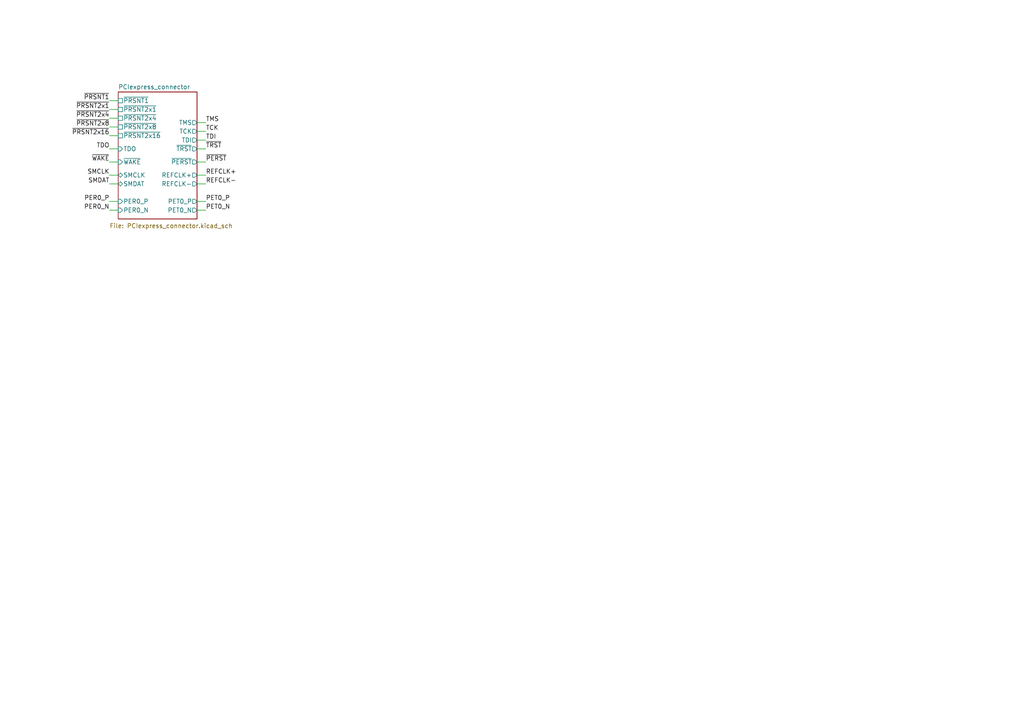
<source format=kicad_sch>
(kicad_sch (version 20211123) (generator eeschema)
  (paper "A4")
  (title_block (title "PCIexpress_x1_half") (company "Author: Luca Anastasio"))
  (lib_symbols)
  (wire (pts (xy 57.15 40.64) (xy 59.69 40.64)))
  (wire (pts (xy 31.75 34.29) (xy 34.29 34.29)))
  (wire (pts (xy 57.15 38.1) (xy 59.69 38.1)))
  (wire (pts (xy 31.75 58.42) (xy 34.29 58.42)))
  (wire (pts (xy 31.75 50.8) (xy 34.29 50.8)))
  (wire (pts (xy 57.15 35.56) (xy 59.69 35.56)))
  (wire (pts (xy 31.75 53.34) (xy 34.29 53.34)))
  (wire (pts (xy 57.15 43.18) (xy 59.69 43.18)))
  (wire (pts (xy 57.15 58.42) (xy 59.69 58.42)))
  (wire (pts (xy 31.75 29.21) (xy 34.29 29.21)))
  (wire (pts (xy 57.15 60.96) (xy 59.69 60.96)))
  (wire (pts (xy 31.75 43.18) (xy 34.29 43.18)))
  (wire (pts (xy 31.75 39.37) (xy 34.29 39.37)))
  (wire (pts (xy 31.75 46.99) (xy 34.29 46.99)))
  (wire (pts (xy 31.75 31.75) (xy 34.29 31.75)))
  (wire (pts (xy 31.75 36.83) (xy 34.29 36.83)))
  (wire (pts (xy 57.15 53.34) (xy 59.69 53.34)))
  (wire (pts (xy 31.75 60.96) (xy 34.29 60.96)))
  (wire (pts (xy 57.15 50.8) (xy 59.69 50.8)))
  (wire (pts (xy 57.15 46.99) (xy 59.69 46.99)))
  (label "~{WAKE}" (at 31.75 46.99 180))
  (label "REFCLK+" (at 59.69 50.8 0))
  (label "TMS" (at 59.69 35.56 0))
  (label "PER0_P" (at 31.75 58.42 180))
  (label "~{PERST}" (at 59.69 46.99 0))
  (label "SMDAT" (at 31.75 53.34 180))
  (label "TDO" (at 31.75 43.18 180))
  (label "REFCLK-" (at 59.69 53.34 0))
  (label "TDI" (at 59.69 40.64 0))
  (label "~{PRSNT2x1}" (at 31.75 31.75 180))
  (label "TCK" (at 59.69 38.1 0))
  (label "~{PRSNT2x16}" (at 31.75 39.37 180))
  (label "SMCLK" (at 31.75 50.8 180))
  (label "PET0_P" (at 59.69 58.42 0))
  (label "~{TRST}" (at 59.69 43.18 0))
  (label "PER0_N" (at 31.75 60.96 180))
  (label "PET0_N" (at 59.69 60.96 0))
  (label "~{PRSNT1}" (at 31.75 29.21 180))
  (label "~{PRSNT2x8}" (at 31.75 36.83 180))
  (label "~{PRSNT2x4}" (at 31.75 34.29 180))
  (sheet (at 34.29 26.67) (size 22.86 36.83)
    (property "Sheet name" "PCIexpress_connector" (at 34.29 25.9584 0) (effects (justify left bottom)))
    (property "Sheet file" "PCIexpress_connector.kicad_sch" (at 31.75 64.77 0) (effects (justify left top)))
    (pin "PET0_P" output (at 57.15 58.42 0))
    (pin "PET0_N" output (at 57.15 60.96 0))
    (pin "REFCLK+" output (at 57.15 50.8 0))
    (pin "REFCLK-" output (at 57.15 53.34 0))
    (pin "~{PRSNT2x16}" passive (at 34.29 39.37 180))
    (pin "TDO" input (at 34.29 43.18 180))
    (pin "TMS" output (at 57.15 35.56 0))
    (pin "TDI" output (at 57.15 40.64 0))
    (pin "TCK" output (at 57.15 38.1 0))
    (pin "~{WAKE}" input (at 34.29 46.99 180))
    (pin "~{TRST}" output (at 57.15 43.18 0))
    (pin "SMCLK" bidirectional (at 34.29 50.8 180))
    (pin "SMDAT" bidirectional (at 34.29 53.34 180))
    (pin "~{PERST}" output (at 57.15 46.99 0))
    (pin "~{PRSNT1}" passive (at 34.29 29.21 180))
    (pin "~{PRSNT2x8}" passive (at 34.29 36.83 180))
    (pin "~{PRSNT2x4}" passive (at 34.29 34.29 180))
    (pin "~{PRSNT2x1}" passive (at 34.29 31.75 180))
    (pin "PER0_N" input (at 34.29 60.96 180))
    (pin "PER0_P" input (at 34.29 58.42 180))
  )
)
</source>
